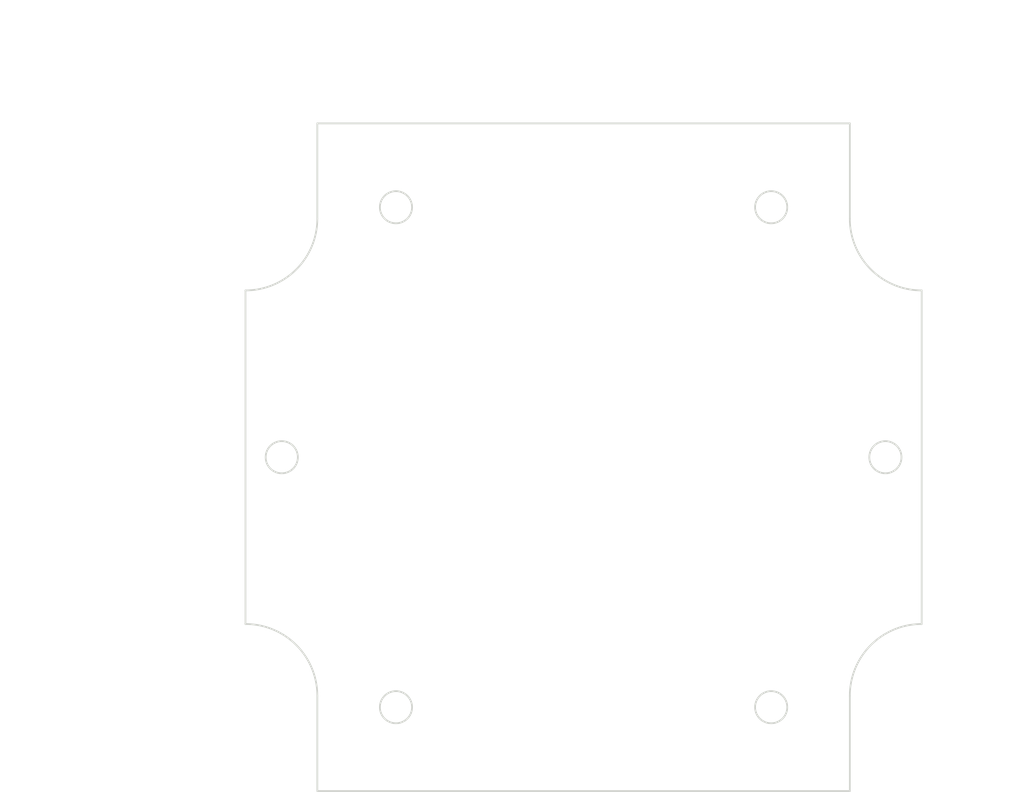
<source format=kicad_pcb>
(kicad_pcb (version 20221018) (generator pcbnew)

  (general
    (thickness 1.6)
  )

  (paper "A4")
  (layers
    (0 "F.Cu" signal)
    (31 "B.Cu" signal)
    (32 "B.Adhes" user "B.Adhesive")
    (33 "F.Adhes" user "F.Adhesive")
    (34 "B.Paste" user)
    (35 "F.Paste" user)
    (36 "B.SilkS" user "B.Silkscreen")
    (37 "F.SilkS" user "F.Silkscreen")
    (38 "B.Mask" user)
    (39 "F.Mask" user)
    (40 "Dwgs.User" user "User.Drawings")
    (41 "Cmts.User" user "User.Comments")
    (42 "Eco1.User" user "User.Eco1")
    (43 "Eco2.User" user "User.Eco2")
    (44 "Edge.Cuts" user)
    (45 "Margin" user)
    (46 "B.CrtYd" user "B.Courtyard")
    (47 "F.CrtYd" user "F.Courtyard")
    (48 "B.Fab" user)
    (49 "F.Fab" user)
  )

  (setup
    (pad_to_mask_clearance 0.051)
    (solder_mask_min_width 0.25)
    (pcbplotparams
      (layerselection 0x00010fc_ffffffff)
      (plot_on_all_layers_selection 0x0000000_00000000)
      (disableapertmacros false)
      (usegerberextensions false)
      (usegerberattributes false)
      (usegerberadvancedattributes false)
      (creategerberjobfile false)
      (dashed_line_dash_ratio 12.000000)
      (dashed_line_gap_ratio 3.000000)
      (svgprecision 4)
      (plotframeref false)
      (viasonmask false)
      (mode 1)
      (useauxorigin false)
      (hpglpennumber 1)
      (hpglpenspeed 20)
      (hpglpendiameter 15.000000)
      (dxfpolygonmode true)
      (dxfimperialunits true)
      (dxfusepcbnewfont true)
      (psnegative false)
      (psa4output false)
      (plotreference true)
      (plotvalue true)
      (plotinvisibletext false)
      (sketchpadsonfab false)
      (subtractmaskfromsilk false)
      (outputformat 1)
      (mirror false)
      (drillshape 1)
      (scaleselection 1)
      (outputdirectory "")
    )
  )

  (net 0 "")

  (gr_line (start 127.777528 72.460359) (end 127.777528 81.796749)
    (stroke (width 0.2) (type solid)) (layer "Dwgs.User") (tstamp 01e3ecae-ae63-445b-8c3d-77559640c35e))
  (gr_line (start 118.658928 60.732159) (end 118.658928 53.606159)
    (stroke (width 0.2) (type solid)) (layer "Dwgs.User") (tstamp 03707319-3e16-45ac-aabd-e210bbcd0f41))
  (gr_line (start 108.327728 95.064086) (end 106.327728 95.064086)
    (stroke (width 0.2) (type solid)) (layer "Dwgs.User") (tstamp 0551a34b-ec6f-4df1-8bf5-9520ced58e32))
  (gr_line (start 140.34747 127.473959) (end 140.34747 104.370024)
    (stroke (width 0.2) (type solid)) (layer "Dwgs.User") (tstamp 05a15f1f-e43b-4f7e-9fdb-673903e6fe97))
  (gr_line (start 185.706973 135.319758) (end 183.706973 135.319758)
    (stroke (width 0.2) (type solid)) (layer "Dwgs.User") (tstamp 073affc5-b11a-4d2e-af5b-bc25d4d1785d))
  (gr_line (start 110.327728 56.771022) (end 106.276725 56.771022)
    (stroke (width 0.2) (type solid)) (layer "Dwgs.User") (tstamp 0d1db4e3-ad82-42be-b5f2-286a8b2ec6b0))
  (gr_line (start 128.777528 129.473959) (end 143.52247 129.473959)
    (stroke (width 0.2) (type solid)) (layer "Dwgs.User") (tstamp 14a560aa-a384-4d78-8e93-3a6be38bef4c))
  (gr_line (start 128.777528 71.460359) (end 143.52247 71.460359)
    (stroke (width 0.2) (type solid)) (layer "Dwgs.User") (tstamp 17af1868-3a12-4fa9-baf0-b5e93aa51ef7))
  (gr_line (start 95.324934 79.112359) (end 95.324934 73.75916)
    (stroke (width 0.2) (type solid)) (layer "Dwgs.User") (tstamp 18a7fce0-d14a-4f30-8ac1-013c0b6a01b6))
  (gr_line (start 116.658928 56.771022) (end 112.327728 56.771022)
    (stroke (width 0.2) (type solid)) (layer "Dwgs.User") (tstamp 1bce6e51-cbda-4ea1-ba2b-732d73754a46))
  (gr_line (start 117.658928 61.732159) (end 92.149934 61.732159)
    (stroke (width 0.2) (type solid)) (layer "Dwgs.User") (tstamp 1d0ae799-3fe4-4ba1-88f0-b6b76ed4a72f))
  (gr_line (start 86.598034 137.202159) (end 86.598034 102.120877)
    (stroke (width 0.2) (type solid)) (layer "Dwgs.User") (tstamp 1f4b0373-2f57-4f03-8a73-27b7e13fb9e4))
  (gr_line (start 112.327728 50.843425) (end 149.178005 50.843425)
    (stroke (width 0.2) (type solid)) (layer "Dwgs.User") (tstamp 21f92636-7ce8-4a2e-a782-2e67643db3e1))
  (gr_line (start 123.601965 120.866844) (end 119.384268 123.181965)
    (stroke (width 0.2) (type solid)) (layer "Dwgs.User") (tstamp 282795f3-7fd8-4e43-a047-3b16d9ab400c))
  (gr_line (start 140.34747 73.460359) (end 140.34747 96.564294)
    (stroke (width 0.2) (type solid)) (layer "Dwgs.User") (tstamp 415b49c4-f8ea-4576-8fff-b6491dcfef37))
  (gr_line (start 109.327728 81.112359) (end 92.149934 81.112359)
    (stroke (width 0.2) (type solid)) (layer "Dwgs.User") (tstamp 458bbde0-5e06-4371-a6b3-4f2e1f82f0dc))
  (gr_line (start 171.287728 72.460359) (end 171.287728 81.796749)
    (stroke (width 0.2) (type solid)) (layer "Dwgs.User") (tstamp 4b253ba1-a133-4179-b358-4ef46e454aca))
  (gr_line (start 117.658928 61.732159) (end 83.423034 61.732159)
    (stroke (width 0.2) (type solid)) (layer "Dwgs.User") (tstamp 4e90f269-5022-4abf-a8d8-ca13f9aaa4cf))
  (gr_line (start 109.327728 81.112359) (end 99.41179 81.112359)
    (stroke (width 0.2) (type solid)) (layer "Dwgs.User") (tstamp 507f3817-1adf-4488-b886-71d0b83706b9))
  (gr_line (start 186.737528 50.843425) (end 158.033121 50.843425)
    (stroke (width 0.2) (type solid)) (layer "Dwgs.User") (tstamp 6ab3a086-47da-41e1-9142-8e850fb2cbc1))
  (gr_line (start 171.197728 129.473959) (end 171.377728 129.473959)
    (stroke (width 0.2) (type solid)) (layer "Dwgs.User") (tstamp 71b63ce5-d2cd-4d7d-b43a-8fed73058e2e))
  (gr_line (start 120.658928 56.781159) (end 139.601541 56.781159)
    (stroke (width 0.2) (type solid)) (layer "Dwgs.User") (tstamp 76f0213f-15fe-4085-ab94-7bb956cfa3fd))
  (gr_line (start 118.658928 60.732159) (end 118.658928 53.596022)
    (stroke (width 0.2) (type solid)) (layer "Dwgs.User") (tstamp 7b79e197-b596-497a-9153-8987bd72c7e9))
  (gr_line (start 117.658928 139.202159) (end 92.154482 139.202159)
    (stroke (width 0.2) (type solid)) (layer "Dwgs.User") (tstamp 7ecd8067-81c0-41a2-8212-7632b86d0d81))
  (gr_line (start 129.777528 78.621749) (end 145.10507 78.621749)
    (stroke (width 0.2) (type solid)) (layer "Dwgs.User") (tstamp 825fec87-f7fa-4355-8bac-1113abc69e3a))
  (gr_line (start 178.406328 56.781159) (end 148.857748 56.781159)
    (stroke (width 0.2) (type solid)) (layer "Dwgs.User") (tstamp 86c79667-8038-460e-bfe1-4dc4e9f9d36a))
  (gr_line (start 95.324934 63.732159) (end 95.324934 65.952066)
    (stroke (width 0.2) (type solid)) (layer "Dwgs.User") (tstamp 8f6cdaf4-e28e-4ebb-834e-e93c0349a810))
  (gr_line (start 171.287728 129.563959) (end 171.287728 129.383959)
    (stroke (width 0.2) (type solid)) (layer "Dwgs.User") (tstamp 90ee61f7-01b1-484b-a9ed-8400ed2f7038))
  (gr_line (start 116.532628 95.064086) (end 119.169365 95.064086)
    (stroke (width 0.2) (type solid)) (layer "Dwgs.User") (tstamp 959e312f-ef2c-42b0-8e33-e6f12d4be86a))
  (gr_line (start 110.327728 80.112359) (end 110.327728 47.668425)
    (stroke (width 0.2) (type solid)) (layer "Dwgs.User") (tstamp a30a2f8d-b2b4-45e1-9d80-714779799a76))
  (gr_line (start 125.601965 120.866844) (end 123.601965 120.866844)
    (stroke (width 0.2) (type solid)) (layer "Dwgs.User") (tstamp a5b3a2fa-943b-4f81-86ed-5e8513557c6c))
  (gr_line (start 183.706973 135.319758) (end 174.786415 131.120808)
    (stroke (width 0.2) (type solid)) (layer "Dwgs.User") (tstamp ad85252d-4d67-4f97-9a85-0a77bf2ab9b0))
  (gr_line (start 117.658928 139.202159) (end 83.423034 139.202159)
    (stroke (width 0.2) (type solid)) (layer "Dwgs.User") (tstamp af6f3071-c933-4650-a46b-51ffca1f0f98))
  (gr_line (start 180.406328 60.732159) (end 180.406328 53.606159)
    (stroke (width 0.2) (type solid)) (layer "Dwgs.User") (tstamp b309af20-0e94-4502-8365-9fd13853b981))
  (gr_line (start 102.58679 98.467159) (end 102.58679 94.205025)
    (stroke (width 0.2) (type solid)) (layer "Dwgs.User") (tstamp bf15fa48-1e59-4592-970f-0ea5967d8585))
  (gr_line (start 86.598034 63.732159) (end 86.598034 94.357439)
    (stroke (width 0.2) (type solid)) (layer "Dwgs.User") (tstamp c134f231-1088-4a63-ac82-286a1301660c))
  (gr_line (start 188.737528 80.112359) (end 188.737528 47.668425)
    (stroke (width 0.2) (type solid)) (layer "Dwgs.User") (tstamp c9352abf-ed4d-4553-b28c-a3960968c5f3))
  (gr_line (start 114.532628 99.467159) (end 114.532628 91.889086)
    (stroke (width 0.2) (type solid)) (layer "Dwgs.User") (tstamp d6fe6158-2a8e-47ac-a834-0d2eed7b9804))
  (gr_line (start 95.329482 83.112359) (end 95.329482 109.644675)
    (stroke (width 0.2) (type solid)) (layer "Dwgs.User") (tstamp d7a9f0a2-55fe-43c1-a5c0-20cea85447b4))
  (gr_line (start 109.327728 81.112359) (end 92.154482 81.112359)
    (stroke (width 0.2) (type solid)) (layer "Dwgs.User") (tstamp e3b31800-6b95-4550-9c40-fe4fcd933ec9))
  (gr_line (start 102.58679 83.112359) (end 102.58679 86.397931)
    (stroke (width 0.2) (type solid)) (layer "Dwgs.User") (tstamp e63b4b7c-36f0-4d56-adaa-fff6dfc9188f))
  (gr_line (start 113.532628 100.467159) (end 99.41179 100.467159)
    (stroke (width 0.2) (type solid)) (layer "Dwgs.User") (tstamp eee650d9-4aa8-4e01-ad16-a88f477e3b2e))
  (gr_line (start 95.329482 137.202159) (end 95.329482 117.450405)
    (stroke (width 0.2) (type solid)) (layer "Dwgs.User") (tstamp f116a50e-efa4-4b9c-8af2-770faf0fef1a))
  (gr_line (start 169.287728 78.621749) (end 153.960186 78.621749)
    (stroke (width 0.2) (type solid)) (layer "Dwgs.User") (tstamp f2b3227e-3025-4961-aea7-09b50e84202d))
  (gr_line (start 110.327728 80.112359) (end 110.327728 53.596022)
    (stroke (width 0.2) (type solid)) (layer "Dwgs.User") (tstamp f829cf25-e7ec-4885-96ed-6a9ea03ad7b4))
  (gr_arc (start 110.327728 119.821959) (mid 116.218776 122.262111) (end 118.658928 128.153159)
    (stroke (width 0.2) (type solid)) (layer "Edge.Cuts") (tstamp 0f153c9c-5313-418c-ac0c-0c66c8cb5b4d))
  (gr_circle (center 171.287728 129.473959) (end 173.154628 129.473959)
    (stroke (width 0.2) (type solid)) (fill none) (layer "Edge.Cuts") (tstamp 19f868e8-f563-4fb7-a07f-c740615547c0))
  (gr_circle (center 114.532628 100.467159) (end 116.399528 100.467159)
    (stroke (width 0.2) (type solid)) (fill none) (layer "Edge.Cuts") (tstamp 1bf67e76-f04c-486f-9dcc-60b21a8e53ed))
  (gr_line (start 118.658928 139.202159) (end 118.658928 128.153159)
    (stroke (width 0.2) (type solid)) (layer "Edge.Cuts") (tstamp 395dcaa5-e290-4734-a488-e746aff720ac))
  (gr_circle (center 127.777528 71.460359) (end 129.644428 71.460359)
    (stroke (width 0.2) (type solid)) (fill none) (layer "Edge.Cuts") (tstamp 55d1c47f-cc2d-402a-a52b-e5c0aca199c5))
  (gr_arc (start 180.406328 128.153159) (mid 182.84648 122.262111) (end 188.737528 119.821959)
    (stroke (width 0.2) (type solid)) (layer "Edge.Cuts") (tstamp 683540ae-d91b-4632-a8da-a09ec6b620a3))
  (gr_line (start 118.658928 72.781159) (end 118.658928 61.732159)
    (stroke (width 0.2) (type solid)) (layer "Edge.Cuts") (tstamp 6e9c5cfb-2ea7-4400-b416-1613cf985888))
  (gr_circle (center 184.532628 100.467159) (end 186.399528 100.467159)
    (stroke (width 0.2) (type solid)) (fill none) (layer "Edge.Cuts") (tstamp 73253522-e1a7-482e-b1f3-fe5ac6160907))
  (gr_arc (start 118.658928 72.781159) (mid 116.218776 78.672207) (end 110.327728 81.112359)
    (stroke (width 0.2) (type solid)) (layer "Edge.Cuts") (tstamp 7813fec0-f99f-47ad-83c5-10d43894eb9a))
  (gr_line (start 180.406328 61.732159) (end 180.406328 72.781159)
    (stroke (width 0.2) (type solid)) (layer "Edge.Cuts") (tstamp 96fba8f3-c79e-4488-9394-4beac8ddcf08))
  (gr_line (start 188.737528 81.112359) (end 188.737528 119.821959)
    (stroke (width 0.2) (type solid)) (layer "Edge.Cuts") (tstamp 9d1febfb-b1ea-41eb-93b5-1c02fcb99e40))
  (gr_line (start 180.406328 139.202159) (end 118.658928 139.202159)
    (stroke (width 0.2) (type solid)) (layer "Edge.Cuts") (tstamp a324f155-5ad4-4968-bf17-811ee106a86d))
  (gr_line (start 110.327728 119.821959) (end 110.327728 81.112359)
    (stroke (width 0.2) (type solid)) (layer "Edge.Cuts") (tstamp bfb61545-24bc-4bc0-a7a0-b26b3b934bdb))
  (gr_arc (start 188.737528 81.112359) (mid 182.84648 78.672207) (end 180.406328 72.781159)
    (stroke (width 0.2) (type solid)) (layer "Edge.Cuts") (tstamp c9c55711-f742-45a8-9fdb-3e7c48003cb2))
  (gr_circle (center 171.287728 71.460359) (end 173.154628 71.460359)
    (stroke (width 0.2) (type solid)) (fill none) (layer "Edge.Cuts") (tstamp d688a6da-f4fc-4e7e-9aee-67add9719a43))
  (gr_line (start 180.406328 128.153159) (end 180.406328 139.202159)
    (stroke (width 0.2) (type solid)) (layer "Edge.Cuts") (tstamp d8477688-9e9c-4a10-92cf-45fbb5b86825))
  (gr_line (start 118.658928 61.732159) (end 180.406328 61.732159)
    (stroke (width 0.2) (type solid)) (layer "Edge.Cuts") (tstamp ea6c3026-8bf9-4b17-b820-e56067888da3))
  (gr_circle (center 127.777528 129.473959) (end 129.644428 129.473959)
    (stroke (width 0.2) (type solid)) (fill none) (layer "Edge.Cuts") (tstamp ec8f14e4-26c3-4adf-8b02-94534c5e644f))
  (gr_text " 19.38" (at 95.324934 68.033785) (layer "Dwgs.User") (tstamp 00587187-8837-453d-880e-cb7e889d1f84)
    (effects (font (size 2 1.8) (thickness 0.25)))
  )
  (gr_text " 77.47" (at 86.598034 96.439158) (layer "Dwgs.User") (tstamp 3ac12b4f-efa0-4395-a51d-f73c3828707e)
    (effects (font (size 2 1.8) (thickness 0.25)))
  )
  (gr_text " 43.51" (at 149.532628 76.799921) (layer "Dwgs.User") (tstamp 3c465937-4e2e-4725-8d3a-d8711c1da81f)
    (effects (font (size 2 1.8) (thickness 0.25)))
  )
  (gr_text " 58.01" (at 140.34747 98.646013) (layer "Dwgs.User") (tstamp 44c7ad3e-c87e-4da3-bda9-6e9f3a13ebbc)
    (effects (font (size 2 1.8) (thickness 0.25)))
  )
  (gr_text "[R0.33]" (at 130.720519 122.948563) (layer "Dwgs.User") (tstamp 5047af70-38fb-44fb-a575-01f58c4d1e91)
    (effects (font (size 2 1.8) (thickness 0.25)))
  )
  (gr_text "6 X ∅3.73\n[∅0.15]" (at 193.08271 135.319758) (layer "Dwgs.User") (tstamp 602b3b96-5da1-4bfd-8efc-dee052f262ac)
    (effects (font (size 2 1.8) (thickness 0.25)))
  )
  (gr_text "[3.09]" (at 153.605563 52.925144) (layer "Dwgs.User") (tstamp 620b2f4e-c3f2-44dc-87d0-e3d71cc6fc5a)
    (effects (font (size 2 1.8) (thickness 0.25)))
  )
  (gr_text " 4.20" (at 123.00961 93.24294) (layer "Dwgs.User") (tstamp 641acae4-58f3-41e8-a714-e2dbb63d436b)
    (effects (font (size 2 1.8) (thickness 0.25)))
  )
  (gr_text " R8.33" (at 130.720519 119.045015) (layer "Dwgs.User") (tstamp 70f3ca88-4562-43e0-bb4b-36fd6d0f9da9)
    (effects (font (size 2 1.8) (thickness 0.25)))
  )
  (gr_text "[.76]" (at 95.324934 71.937332) (layer "Dwgs.User") (tstamp 7c6a3d9c-182e-4b88-9cae-5e2b1724f935)
    (effects (font (size 2 1.8) (thickness 0.25)))
  )
  (gr_text " 78.41" (at 153.605563 49.022279) (layer "Dwgs.User") (tstamp 91f0d2d5-fca3-4153-9872-17275db5023b)
    (effects (font (size 2 1.8) (thickness 0.25)))
  )
  (gr_text "[1.71]" (at 149.532628 80.703468) (layer "Dwgs.User") (tstamp 95711d0c-6ebc-4935-a5ef-4e6e5983a450)
    (effects (font (size 2 1.8) (thickness 0.25)))
  )
  (gr_text "[2.43]" (at 144.229645 58.862878) (layer "Dwgs.User") (tstamp 9f9c0c4c-e63d-411f-a9fd-2fdf05ad0513)
    (effects (font (size 2 1.8) (thickness 0.25)))
  )
  (gr_text "[.76]" (at 102.58679 92.383197) (layer "Dwgs.User") (tstamp a396a8f6-a63b-4e51-9cfd-7d3a8b25dfe7)
    (effects (font (size 2 1.8) (thickness 0.25)))
  )
  (gr_text " 58.09" (at 95.329482 111.726394) (layer "Dwgs.User") (tstamp a475175a-6f33-43f8-86f1-0e3d95631621)
    (effects (font (size 2 1.8) (thickness 0.25)))
  )
  (gr_text " 8.33" (at 102.433068 54.949194) (layer "Dwgs.User") (tstamp ae6e2298-b9cf-4bd9-8471-b41db13b3436)
    (effects (font (size 2 1.8) (thickness 0.25)))
  )
  (gr_text "[.33]" (at 102.433068 58.852741) (layer "Dwgs.User") (tstamp d7f4ba04-ef85-45ab-b23e-dae2d14ee0c8)
    (effects (font (size 2 1.8) (thickness 0.25)))
  )
  (gr_text "[3.05]" (at 86.598034 100.320877) (layer "Dwgs.User") (tstamp e67f065b-9dd5-407b-a7e1-e9c87e2e504c)
    (effects (font (size 2 1.8) (thickness 0.25)))
  )
  (gr_text "[.17]" (at 123.00961 97.145805) (layer "Dwgs.User") (tstamp ec6a3289-047c-4940-b614-132d06114239)
    (effects (font (size 2 1.8) (thickness 0.25)))
  )
  (gr_text " 19.35" (at 102.58679 88.47965) (layer "Dwgs.User") (tstamp f3e65ea8-e7b3-4a0e-a91d-1492cde8bfd8)
    (effects (font (size 2 1.8) (thickness 0.25)))
  )
  (gr_text "[2.29]" (at 95.329482 115.629259) (layer "Dwgs.User") (tstamp f479e011-abe3-422e-84b6-92b772f81013)
    (effects (font (size 2 1.8) (thickness 0.25)))
  )
  (gr_text "[2.28]" (at 140.34747 102.548878) (layer "Dwgs.User") (tstamp f9ae3dad-1745-4aa6-b70a-8258fd0aebe3)
    (effects (font (size 2 1.8) (thickness 0.25)))
  )
  (gr_text " 61.75" (at 144.229645 54.960013) (layer "Dwgs.User") (tstamp f9c02b98-7f84-4e11-986e-54fe805768f3)
    (effects (font (size 2 1.8) (thickness 0.25)))
  )

)

</source>
